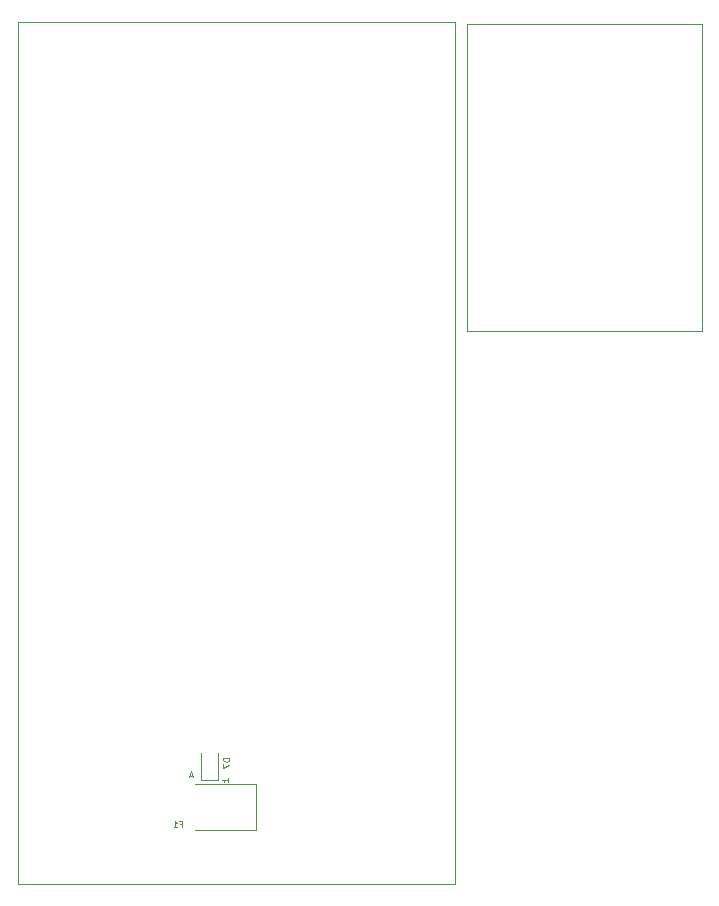
<source format=gbr>
%TF.GenerationSoftware,KiCad,Pcbnew,6.0.10-86aedd382b~118~ubuntu22.04.1*%
%TF.CreationDate,2023-02-06T10:04:38-03:00*%
%TF.ProjectId,MB_V2,4d425f56-322e-46b6-9963-61645f706362,1*%
%TF.SameCoordinates,Original*%
%TF.FileFunction,Legend,Bot*%
%TF.FilePolarity,Positive*%
%FSLAX46Y46*%
G04 Gerber Fmt 4.6, Leading zero omitted, Abs format (unit mm)*
G04 Created by KiCad (PCBNEW 6.0.10-86aedd382b~118~ubuntu22.04.1) date 2023-02-06 10:04:38*
%MOMM*%
%LPD*%
G01*
G04 APERTURE LIST*
%TA.AperFunction,Profile*%
%ADD10C,0.100000*%
%TD*%
%ADD11C,0.125000*%
%ADD12C,0.120000*%
G04 APERTURE END LIST*
D10*
X132000000Y-105200000D02*
X151900000Y-105200000D01*
X151900000Y-105200000D02*
X151900000Y-131200000D01*
X151900000Y-131200000D02*
X132000000Y-131200000D01*
X132000000Y-131200000D02*
X132000000Y-105200000D01*
X94000000Y-105000000D02*
X131000000Y-105000000D01*
X131000000Y-105000000D02*
X131000000Y-178000000D01*
X131000000Y-178000000D02*
X94000000Y-178000000D01*
X94000000Y-178000000D02*
X94000000Y-105000000D01*
D11*
%TO.C,F1*%
X107726666Y-172944285D02*
X107893333Y-172944285D01*
X107893333Y-173206190D02*
X107893333Y-172706190D01*
X107655238Y-172706190D01*
X107202857Y-173206190D02*
X107488571Y-173206190D01*
X107345714Y-173206190D02*
X107345714Y-172706190D01*
X107393333Y-172777619D01*
X107440952Y-172825238D01*
X107488571Y-172849047D01*
%TO.C,D7*%
X111906190Y-167370952D02*
X111406190Y-167370952D01*
X111406190Y-167490000D01*
X111430000Y-167561428D01*
X111477619Y-167609047D01*
X111525238Y-167632857D01*
X111620476Y-167656666D01*
X111691904Y-167656666D01*
X111787142Y-167632857D01*
X111834761Y-167609047D01*
X111882380Y-167561428D01*
X111906190Y-167490000D01*
X111906190Y-167370952D01*
X111406190Y-167823333D02*
X111406190Y-168156666D01*
X111906190Y-167942380D01*
%TO.C,U7*%
X108577552Y-168833333D02*
X108815647Y-168833333D01*
X108529933Y-168976190D02*
X108696600Y-168476190D01*
X108863266Y-168976190D01*
X111811190Y-169057142D02*
X111811190Y-169342857D01*
X111811190Y-169200000D02*
X111311190Y-169200000D01*
X111382619Y-169247619D01*
X111430238Y-169295238D01*
X111454047Y-169342857D01*
D12*
%TO.C,F1*%
X114190000Y-173470000D02*
X108980000Y-173470000D01*
X108980000Y-169550000D02*
X114190000Y-169550000D01*
X114190000Y-169550000D02*
X114190000Y-173470000D01*
%TO.C,D7*%
X110985000Y-169225000D02*
X109515000Y-169225000D01*
X109515000Y-169225000D02*
X109515000Y-166940000D01*
X110985000Y-166940000D02*
X110985000Y-169225000D01*
%TD*%
M02*

</source>
